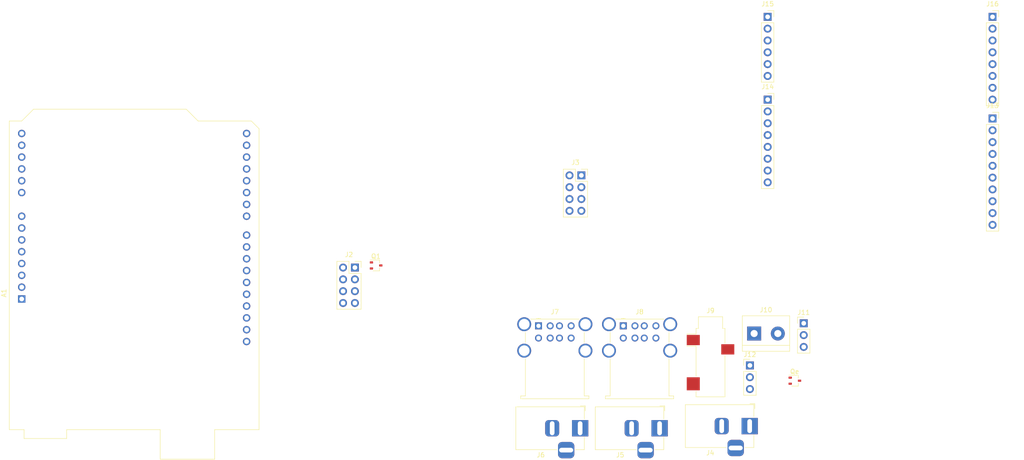
<source format=kicad_pcb>
(kicad_pcb (version 20211014) (generator pcbnew)
  (layers (0 "F.Cu" signal) (31 "B.Cu" signal) (34 "B.Paste" user) (35 "F.Paste" user) (36 "B.SilkS" user "B.Silkscreen") (37 "F.SilkS" user "F.Silkscreen") (38 "B.Mask" user) (39 "F.Mask" user) (44 "Edge.Cuts" user))
  (net 0 "")
  (net 4 "+3.3V")
  (net 5 "+5V")
  (net 7 "GND")
  (net 17 "RPWMR")
  (net 19 "RPWML")
  (net 20 "SERVOX")
  (net 21 "SERVOZ")
  (net 22 "LPWMR")
  (net 23 "LPWML")
  (net 33 "R_IS")
  (net 34 "R_EN")
  (net 35 "L_IS")
  (net 36 "L_EN")
  (net 37 "Net-(J10-Pad1)")
  (net 38 "Net-(J9-PadS)")
  (net 39 "Net-(J10-Pad2)")
  (net 40 "Net-(J9-PadT)")
  (net 41 "+12V")
  (net 42 "-12V")
  (footprint "Connector_PinSocket_2.54mm:PinSocket_1x10_P2.54mm_Vertical" (layer "F.Cu") (at 270.56 43.14)
    (fp_text reference "J13" (at 0 -2.77) (layer "F.SilkS"))
    (fp_text value "Conn_01x10_Male")
    (fp_line (start 0 -1.33) (end 1.33 -1.33) (layer "F.SilkS") (width 0.12))
    (fp_line (start -1.33 24.19) (end 1.33 24.19) (layer "F.SilkS") (width 0.12))
    (fp_line (start -1.33 1.27) (end -1.33 24.19) (layer "F.SilkS") (width 0.12))
    (fp_line (start -1.33 1.27) (end 1.33 1.27) (layer "F.SilkS") (width 0.12))
    (fp_line (start 1.33 -1.33) (end 1.33 0) (layer "F.SilkS") (width 0.12))
    (fp_line (start 1.33 1.27) (end 1.33 24.19) (layer "F.SilkS") (width 0.12))
    (pad "1" thru_hole rect (at 0 0) (size 1.7 1.7) (drill 1) (layers *.Cu *.Mask))
    (pad "2" thru_hole oval (at 0 2.54) (size 1.7 1.7) (drill 1) (layers *.Cu *.Mask))
    (pad "3" thru_hole oval (at 0 5.08) (size 1.7 1.7) (drill 1) (layers *.Cu *.Mask))
    (pad "4" thru_hole oval (at 0 7.62) (size 1.7 1.7) (drill 1) (layers *.Cu *.Mask))
    (pad "5" thru_hole oval (at 0 10.16) (size 1.7 1.7) (drill 1) (layers *.Cu *.Mask))
    (pad "6" thru_hole oval (at 0 12.7) (size 1.7 1.7) (drill 1) (layers *.Cu *.Mask))
    (pad "7" thru_hole oval (at 0 15.24) (size 1.7 1.7) (drill 1) (layers *.Cu *.Mask))
    (pad "8" thru_hole oval (at 0 17.78) (size 1.7 1.7) (drill 1) (layers *.Cu *.Mask))
    (pad "9" thru_hole oval (at 0 20.32) (size 1.7 1.7) (drill 1) (layers *.Cu *.Mask))
    (pad "10" thru_hole oval (at 0 22.86) (size 1.7 1.7) (drill 1) (layers *.Cu *.Mask))
  )
  (footprint "Connector_BarrelJack:BarrelJack_Horizontal" (layer "F.Cu") (at 199.11 109.68)
    (fp_text reference "J5" (at -8.45 5.75) (layer "F.SilkS"))
    (fp_text value "Jack-DC")
    (fp_line (start 0.9 4.6) (end -1 4.6) (layer "F.SilkS") (width 0.12))
    (fp_line (start 0.05 -4.8) (end 1.1 -4.8) (layer "F.SilkS") (width 0.12))
    (fp_line (start 0.9 1.9) (end 0.9 4.6) (layer "F.SilkS") (width 0.12))
    (fp_line (start 0.9 -4.6) (end 0.9 -2) (layer "F.SilkS") (width 0.12))
    (fp_line (start 1.1 -3.75) (end 1.1 -4.8) (layer "F.SilkS") (width 0.12))
    (fp_line (start -13.8 -4.6) (end 0.9 -4.6) (layer "F.SilkS") (width 0.12))
    (fp_line (start -5 4.6) (end -13.8 4.6) (layer "F.SilkS") (width 0.12))
    (fp_line (start -13.8 4.6) (end -13.8 -4.6) (layer "F.SilkS") (width 0.12))
    (pad "1" thru_hole rect (at 0 0) (size 3.5 3.5) (drill oval 1 3) (layers *.Cu *.Mask) (net 41 "+12V"))
    (pad "2" thru_hole roundrect (at -6 0) (size 3 3.5) (drill oval 1 3) (layers *.Cu *.Mask) (net 42 "-12V"))
    (pad "3" thru_hole roundrect (at -3 4.7) (size 3.5 3.5) (drill oval 3 1) (layers *.Cu *.Mask))
  )
  (footprint "TerminalBlock:TerminalBlock_bornier-2_P5.08mm" (layer "F.Cu") (at 219.4 89.335)
    (fp_text reference "J10" (at 2.54 -5.08) (layer "F.SilkS"))
    (fp_text value "Screw_Terminal_01x02")
    (fp_line (start 7.62 3.81) (end 7.62 -3.81) (layer "F.SilkS") (width 0.12))
    (fp_line (start 7.62 -3.81) (end -2.54 -3.81) (layer "F.SilkS") (width 0.12))
    (fp_line (start -2.54 -3.81) (end -2.54 3.81) (layer "F.SilkS") (width 0.12))
    (fp_line (start -2.54 3.81) (end 7.62 3.81) (layer "F.SilkS") (width 0.12))
    (fp_line (start 7.62 2.54) (end -2.54 2.54) (layer "F.SilkS") (width 0.12))
    (pad "1" thru_hole rect (at 0 0) (size 3 3) (drill 1.52) (layers *.Cu *.Mask) (net 37 "Net-(J10-Pad1)"))
    (pad "2" thru_hole circle (at 5.08 0) (size 3 3) (drill 1.52) (layers *.Cu *.Mask) (net 39 "Net-(J10-Pad2)"))
  )
  (footprint "Connector_PinSocket_2.54mm:PinSocket_1x06_P2.54mm_Vertical" (layer "F.Cu") (at 222.295 21.305)
    (fp_text reference "J15" (at 0 -2.77) (layer "F.SilkS"))
    (fp_text value "Conn_01x06_Male")
    (fp_line (start -1.33 1.27) (end -1.33 14.03) (layer "F.SilkS") (width 0.12))
    (fp_line (start -1.33 1.27) (end 1.33 1.27) (layer "F.SilkS") (width 0.12))
    (fp_line (start 0 -1.33) (end 1.33 -1.33) (layer "F.SilkS") (width 0.12))
    (fp_line (start 1.33 1.27) (end 1.33 14.03) (layer "F.SilkS") (width 0.12))
    (fp_line (start 1.33 -1.33) (end 1.33 0) (layer "F.SilkS") (width 0.12))
    (fp_line (start -1.33 14.03) (end 1.33 14.03) (layer "F.SilkS") (width 0.12))
    (pad "1" thru_hole rect (at 0 0) (size 1.7 1.7) (drill 1) (layers *.Cu *.Mask))
    (pad "2" thru_hole oval (at 0 2.54) (size 1.7 1.7) (drill 1) (layers *.Cu *.Mask))
    (pad "3" thru_hole oval (at 0 5.08) (size 1.7 1.7) (drill 1) (layers *.Cu *.Mask))
    (pad "4" thru_hole oval (at 0 7.62) (size 1.7 1.7) (drill 1) (layers *.Cu *.Mask))
    (pad "5" thru_hole oval (at 0 10.16) (size 1.7 1.7) (drill 1) (layers *.Cu *.Mask))
    (pad "6" thru_hole oval (at 0 12.7) (size 1.7 1.7) (drill 1) (layers *.Cu *.Mask))
  )
  (footprint "Connector_PinSocket_2.54mm:PinSocket_2x04_P2.54mm_Vertical" (layer "F.Cu") (at 182.32 55.36)
    (fp_text reference "J3" (at -1.27 -2.77) (layer "F.SilkS"))
    (fp_text value "Conn_02x04_Top_Bottom")
    (fp_line (start -3.87 -1.33) (end -1.27 -1.33) (layer "F.SilkS") (width 0.12))
    (fp_line (start -3.87 8.95) (end 1.33 8.95) (layer "F.SilkS") (width 0.12))
    (fp_line (start 1.33 -1.33) (end 1.33 0) (layer "F.SilkS") (width 0.12))
    (fp_line (start -3.87 -1.33) (end -3.87 8.95) (layer "F.SilkS") (width 0.12))
    (fp_line (start 1.33 1.27) (end 1.33 8.95) (layer "F.SilkS") (width 0.12))
    (fp_line (start -1.27 1.27) (end 1.33 1.27) (layer "F.SilkS") (width 0.12))
    (fp_line (start 0 -1.33) (end 1.33 -1.33) (layer "F.SilkS") (width 0.12))
    (fp_line (start -1.27 -1.33) (end -1.27 1.27) (layer "F.SilkS") (width 0.12))
    (pad "1" thru_hole rect (at 0 0) (size 1.7 1.7) (drill 1) (layers *.Cu *.Mask) (net 5 "+5V"))
    (pad "2" thru_hole oval (at -2.54 0) (size 1.7 1.7) (drill 1) (layers *.Cu *.Mask) (net 33 "R_IS"))
    (pad "3" thru_hole oval (at 0 2.54) (size 1.7 1.7) (drill 1) (layers *.Cu *.Mask) (net 34 "R_EN"))
    (pad "4" thru_hole oval (at -2.54 2.54) (size 1.7 1.7) (drill 1) (layers *.Cu *.Mask) (net 17 "RPWMR"))
    (pad "5" thru_hole oval (at 0 5.08) (size 1.7 1.7) (drill 1) (layers *.Cu *.Mask) (net 7 "GND"))
    (pad "6" thru_hole oval (at -2.54 5.08) (size 1.7 1.7) (drill 1) (layers *.Cu *.Mask) (net 35 "L_IS"))
    (pad "7" thru_hole oval (at 0 7.62) (size 1.7 1.7) (drill 1) (layers *.Cu *.Mask) (net 36 "L_EN"))
    (pad "8" thru_hole oval (at -2.54 7.62) (size 1.7 1.7) (drill 1) (layers *.Cu *.Mask) (net 19 "RPWML"))
  )
  (footprint "Connector_BarrelJack:BarrelJack_Horizontal" (layer "F.Cu") (at 218.44 109.22)
    (fp_text reference "J4" (at -8.45 5.75) (layer "F.SilkS"))
    (fp_text value "Jack-DC")
    (fp_line (start 0.9 -4.6) (end 0.9 -2) (layer "F.SilkS") (width 0.12))
    (fp_line (start -13.8 4.6) (end -13.8 -4.6) (layer "F.SilkS") (width 0.12))
    (fp_line (start 0.9 1.9) (end 0.9 4.6) (layer "F.SilkS") (width 0.12))
    (fp_line (start 0.05 -4.8) (end 1.1 -4.8) (layer "F.SilkS") (width 0.12))
    (fp_line (start -13.8 -4.6) (end 0.9 -4.6) (layer "F.SilkS") (width 0.12))
    (fp_line (start 1.1 -3.75) (end 1.1 -4.8) (layer "F.SilkS") (width 0.12))
    (fp_line (start -5 4.6) (end -13.8 4.6) (layer "F.SilkS") (width 0.12))
    (fp_line (start 0.9 4.6) (end -1 4.6) (layer "F.SilkS") (width 0.12))
    (pad "1" thru_hole rect (at 0 0) (size 3.5 3.5) (drill oval 1 3) (layers *.Cu *.Mask) (net 41 "+12V"))
    (pad "2" thru_hole roundrect (at -6 0) (size 3 3.5) (drill oval 1 3) (layers *.Cu *.Mask) (net 42 "-12V"))
    (pad "3" thru_hole roundrect (at -3 4.7) (size 3.5 3.5) (drill oval 3 1) (layers *.Cu *.Mask))
  )
  (footprint "Connector_BarrelJack:BarrelJack_Horizontal" (layer "F.Cu") (at 182.06 109.68)
    (fp_text reference "J6" (at -8.45 5.75) (layer "F.SilkS"))
    (fp_text value "Jack-DC")
    (fp_line (start 0.9 4.6) (end -1 4.6) (layer "F.SilkS") (width 0.12))
    (fp_line (start -13.8 4.6) (end -13.8 -4.6) (layer "F.SilkS") (width 0.12))
    (fp_line (start -13.8 -4.6) (end 0.9 -4.6) (layer "F.SilkS") (width 0.12))
    (fp_line (start 0.05 -4.8) (end 1.1 -4.8) (layer "F.SilkS") (width 0.12))
    (fp_line (start 1.1 -3.75) (end 1.1 -4.8) (layer "F.SilkS") (width 0.12))
    (fp_line (start 0.9 1.9) (end 0.9 4.6) (layer "F.SilkS") (width 0.12))
    (fp_line (start 0.9 -4.6) (end 0.9 -2) (layer "F.SilkS") (width 0.12))
    (fp_line (start -5 4.6) (end -13.8 4.6) (layer "F.SilkS") (width 0.12))
    (pad "1" thru_hole rect (at 0 0) (size 3.5 3.5) (drill oval 1 3) (layers *.Cu *.Mask) (net 41 "+12V"))
    (pad "2" thru_hole roundrect (at -6 0) (size 3 3.5) (drill oval 1 3) (layers *.Cu *.Mask) (net 42 "-12V"))
    (pad "3" thru_hole roundrect (at -3 4.7) (size 3.5 3.5) (drill oval 3 1) (layers *.Cu *.Mask))
  )
  (footprint "Connector_PinHeader_2.54mm:PinHeader_1x03_P2.54mm_Vertical" (layer "F.Cu") (at 230.04 87.135)
    (fp_text reference "J11" (at 0 -2.33) (layer "F.SilkS"))
    (fp_text value "Conn_01x03_Male")
    (fp_line (start -1.33 0) (end -1.33 -1.33) (layer "F.SilkS") (width 0.12))
    (fp_line (start -1.33 6.41) (end 1.33 6.41) (layer "F.SilkS") (width 0.12))
    (fp_line (start -1.33 1.27) (end 1.33 1.27) (layer "F.SilkS") (width 0.12))
    (fp_line (start -1.33 -1.33) (end 0 -1.33) (layer "F.SilkS") (width 0.12))
    (fp_line (start -1.33 1.27) (end -1.33 6.41) (layer "F.SilkS") (width 0.12))
    (fp_line (start 1.33 1.27) (end 1.33 6.41) (layer "F.SilkS") (width 0.12))
    (pad "1" thru_hole rect (at 0 0) (size 1.7 1.7) (drill 1) (layers *.Cu *.Mask) (net 20 "SERVOX"))
    (pad "2" thru_hole oval (at 0 2.54) (size 1.7 1.7) (drill 1) (layers *.Cu *.Mask) (net 5 "+5V"))
    (pad "3" thru_hole oval (at 0 5.08) (size 1.7 1.7) (drill 1) (layers *.Cu *.Mask) (net 7 "GND"))
  )
  (footprint "Package_TO_SOT_SMD:SOT-323_SC-70" (layer "F.Cu") (at 228.14 99.47)
    (fp_text reference "Qe" (at -0.05 -1.95) (layer "F.SilkS"))
    (fp_text value "2SC4213")
    (fp_line (start -0.68 1.16) (end 0.73 1.16) (layer "F.SilkS") (width 0.12))
    (fp_line (start 0.73 -1.16) (end 0.73 -0.5) (layer "F.SilkS") (width 0.12))
    (fp_line (start 0.73 -1.16) (end -1.3 -1.16) (layer "F.SilkS") (width 0.12))
    (fp_line (start 0.73 0.5) (end 0.73 1.16) (layer "F.SilkS") (width 0.12))
    (pad "1" smd rect (at -1 -0.65 270) (size 0.45 0.7) (layers "F.Cu" "F.Paste" "F.Mask") (net 39 "Net-(J10-Pad2)"))
    (pad "2" smd rect (at -1 0.65 270) (size 0.45 0.7) (layers "F.Cu" "F.Paste" "F.Mask") (net 40 "Net-(J9-PadT)"))
    (pad "3" smd rect (at 1 0 270) (size 0.45 0.7) (layers "F.Cu" "F.Paste" "F.Mask") (net 5 "+5V"))
  )
  (footprint "Module:Arduino_UNO_R3" (layer "F.Cu") (at 62.23 81.915 90)
    (fp_text reference "A1" (at 1.27 -3.81 90) (layer "F.SilkS"))
    (fp_text value "Arduino_UNO_R3")
    (fp_line (start -29.97 9.65) (end -28.07 9.65) (layer "F.SilkS") (width 0.12))
    (fp_line (start -28.07 50.93) (end 36.58 50.93) (layer "F.SilkS") (width 0.12))
    (fp_line (start 38.23 0) (end 38.23 -2.67) (layer "F.SilkS") (width 0.12))
    (fp_line (start 38.23 37.85) (end 40.77 35.31) (layer "F.SilkS") (width 0.12))
    (fp_line (start 36.58 50.93) (end 38.23 49.28) (layer "F.SilkS") (width 0.12))
    (fp_line (start -34.42 29.72) (end -34.42 41.4) (layer "F.SilkS") (width 0.12))
    (fp_line (start -28.07 0.51) (end -29.97 0.51) (layer "F.SilkS") (width 0.12))
    (fp_line (start 38.23 49.28) (end 38.23 37.85) (layer "F.SilkS") (width 0.12))
    (fp_line (start -28.07 -2.67) (end -28.07 0.51) (layer "F.SilkS") (width 0.12))
    (fp_line (start -29.97 0.51) (end -29.97 9.65) (layer "F.SilkS") (width 0.12))
    (fp_line (start 38.23 -2.67) (end -28.07 -2.67) (layer "F.SilkS") (width 0.12))
    (fp_line (start -34.42 41.4) (end -28.07 41.4) (layer "F.SilkS") (width 0.12))
    (fp_line (start 40.77 2.54) (end 38.23 0) (layer "F.SilkS") (width 0.12))
    (fp_line (start -28.07 9.65) (end -28.07 29.72) (layer "F.SilkS") (width 0.12))
    (fp_line (start 40.77 35.31) (end 40.77 2.54) (layer "F.SilkS") (width 0.12))
    (fp_line (start -28.07 29.72) (end -34.42 29.72) (layer "F.SilkS") (width 0.12))
    (fp_line (start -28.07 41.4) (end -28.07 50.93) (layer "F.SilkS") (width 0.12))
    (pad "1" thru_hole rect (at 0 0 180) (size 1.6 1.6) (drill 1) (layers *.Cu *.Mask))
    (pad "2" thru_hole oval (at 2.54 0 180) (size 1.6 1.6) (drill 1) (layers *.Cu *.Mask))
    (pad "3" thru_hole oval (at 5.08 0 180) (size 1.6 1.6) (drill 1) (layers *.Cu *.Mask))
    (pad "4" thru_hole oval (at 7.62 0 180) (size 1.6 1.6) (drill 1) (layers *.Cu *.Mask) (net 4 "+3.3V"))
    (pad "5" thru_hole oval (at 10.16 0 180) (size 1.6 1.6) (drill 1) (layers *.Cu *.Mask) (net 5 "+5V"))
    (pad "6" thru_hole oval (at 12.7 0 180) (size 1.6 1.6) (drill 1) (layers *.Cu *.Mask))
    (pad "7" thru_hole oval (at 15.24 0 180) (size 1.6 1.6) (drill 1) (layers *.Cu *.Mask) (net 7 "GND"))
    (pad "8" thru_hole oval (at 17.78 0 180) (size 1.6 1.6) (drill 1) (layers *.Cu *.Mask))
    (pad "9" thru_hole oval (at 22.86 0 180) (size 1.6 1.6) (drill 1) (layers *.Cu *.Mask))
    (pad "10" thru_hole oval (at 25.4 0 180) (size 1.6 1.6) (drill 1) (layers *.Cu *.Mask))
    (pad "11" thru_hole oval (at 27.94 0 180) (size 1.6 1.6) (drill 1) (layers *.Cu *.Mask))
    (pad "12" thru_hole oval (at 30.48 0 180) (size 1.6 1.6) (drill 1) (layers *.Cu *.Mask))
    (pad "13" thru_hole oval (at 33.02 0 180) (size 1.6 1.6) (drill 1) (layers *.Cu *.Mask))
    (pad "14" thru_hole oval (at 35.56 0 180) (size 1.6 1.6) (drill 1) (layers *.Cu *.Mask))
    (pad "15" thru_hole oval (at 35.56 48.26 180) (size 1.6 1.6) (drill 1) (layers *.Cu *.Mask))
    (pad "16" thru_hole oval (at 33.02 48.26 180) (size 1.6 1.6) (drill 1) (layers *.Cu *.Mask))
    (pad "17" thru_hole oval (at 30.48 48.26 180) (size 1.6 1.6) (drill 1) (layers *.Cu *.Mask) (net 17 "RPWMR"))
    (pad "18" thru_hole oval (at 27.94 48.26 180) (size 1.6 1.6) (drill 1) (layers *.Cu *.Mask))
    (pad "19" thru_hole oval (at 25.4 48.26 180) (size 1.6 1.6) (drill 1) (layers *.Cu *.Mask) (net 19 "RPWML"))
    (pad "20" thru_hole oval (at 22.86 48.26 180) (size 1.6 1.6) (drill 1) (layers *.Cu *.Mask) (net 20 "SERVOX"))
    (pad "21" thru_hole oval (at 20.32 48.26 180) (size 1.6 1.6) (drill 1) (layers *.Cu *.Mask) (net 21 "SERVOZ"))
    (pad "22" thru_hole oval (at 17.78 48.26 180) (size 1.6 1.6) (drill 1) (layers *.Cu *.Mask) (net 22 "LPWMR"))
    (pad "23" thru_hole oval (at 13.72 48.26 180) (size 1.6 1.6) (drill 1) (layers *.Cu *.Mask) (net 23 "LPWML"))
    (pad "24" thru_hole oval (at 11.18 48.26 180) (size 1.6 1.6) (drill 1) (layers *.Cu *.Mask))
    (pad "25" thru_hole oval (at 8.64 48.26 180) (size 1.6 1.6) (drill 1) (layers *.Cu *.Mask))
    (pad "26" thru_hole oval (at 6.1 48.26 180) (size 1.6 1.6) (drill 1) (layers *.Cu *.Mask))
    (pad "27" thru_hole oval (at 3.56 48.26 180) (size 1.6 1.6) (drill 1) (layers *.Cu *.Mask))
    (pad "28" thru_hole oval (at 1.02 48.26 180) (size 1.6 1.6) (drill 1) (layers *.Cu *.Mask))
    (pad "29" thru_hole oval (at -1.52 48.26 180) (size 1.6 1.6) (drill 1) (layers *.Cu *.Mask))
    (pad "30" thru_hole oval (at -4.06 48.26 180) (size 1.6 1.6) (drill 1) (layers *.Cu *.Mask))
    (pad "31" thru_hole oval (at -6.6 48.26 180) (size 1.6 1.6) (drill 1) (layers *.Cu *.Mask))
    (pad "32" thru_hole oval (at -9.14 48.26 180) (size 1.6 1.6) (drill 1) (layers *.Cu *.Mask))
  )
  (footprint "Connector_PinHeader_2.54mm:PinHeader_1x03_P2.54mm_Vertical" (layer "F.Cu") (at 218.49 96.185)
    (fp_text reference "J12" (at 0 -2.33) (layer "F.SilkS"))
    (fp_text value "Conn_01x03_Male")
    (fp_line (start -1.33 -1.33) (end 0 -1.33) (layer "F.SilkS") (width 0.12))
    (fp_line (start -1.33 0) (end -1.33 -1.33) (layer "F.SilkS") (width 0.12))
    (fp_line (start -1.33 1.27) (end 1.33 1.27) (layer "F.SilkS") (width 0.12))
    (fp_line (start 1.33 1.27) (end 1.33 6.41) (layer "F.SilkS") (width 0.12))
    (fp_line (start -1.33 6.41) (end 1.33 6.41) (layer "F.SilkS") (width 0.12))
    (fp_line (start -1.33 1.27) (end -1.33 6.41) (layer "F.SilkS") (width 0.12))
    (pad "1" thru_hole rect (at 0 0) (size 1.7 1.7) (drill 1) (layers *.Cu *.Mask) (net 21 "SERVOZ"))
    (pad "2" thru_hole oval (at 0 2.54) (size 1.7 1.7) (drill 1) (layers *.Cu *.Mask) (net 5 "+5V"))
    (pad "3" thru_hole oval (at 0 5.08) (size 1.7 1.7) (drill 1) (layers *.Cu *.Mask) (net 7 "GND"))
  )
  (footprint "Connector_USB:USB_A_Wuerth_61400826021_Horizontal_Stacked" (layer "F.Cu") (at 191.32 87.685)
    (fp_text reference "J8" (at 3.5 -3) (layer "F.SilkS"))
    (fp_text value "USB_A_Stacked")
    (fp_line (start -3.81 15.05) (end -2.81 15.05) (layer "F.SilkS") (width 0.12))
    (fp_line (start 0.4 -1.6) (end -0.4 -1.6) (layer "F.SilkS") (width 0.12))
    (fp_line (start -2.81 3.58) (end -2.81 1.4) (layer "F.SilkS") (width 0.12))
    (fp_line (start -2.81 15.05) (end -2.81 7.08) (layer "F.SilkS") (width 0.12))
    (fp_line (start 9.81 7.08) (end 9.81 15.05) (layer "F.SilkS") (width 0.12))
    (fp_line (start 9.81 15.05) (end 10.81 15.05) (layer "F.SilkS") (width 0.12))
    (fp_line (start 10.81 15.05) (end 10.81 15.67) (layer "F.SilkS") (width 0.12))
    (fp_line (start 9.81 3.58) (end 9.81 1.4) (layer "F.SilkS") (width 0.12))
    (fp_line (start -1.69 -1.45) (end 8.69 -1.45) (layer "F.SilkS") (width 0.12))
    (fp_line (start -3.81 15.67) (end -3.81 15.05) (layer "F.SilkS") (width 0.12))
    (fp_line (start 10.81 15.67) (end -3.81 15.67) (layer "F.SilkS") (width 0.12))
    (pad "1" thru_hole rect (at 0 0) (size 1.5 1.5) (drill 0.92) (layers *.Cu *.Mask) (net 5 "+5V"))
    (pad "2" thru_hole circle (at 2.5 0) (size 1.5 1.5) (drill 0.92) (layers *.Cu *.Mask))
    (pad "3" thru_hole circle (at 4.5 0) (size 1.5 1.5) (drill 0.92) (layers *.Cu *.Mask))
    (pad "4" thru_hole circle (at 7 0) (size 1.5 1.5) (drill 0.92) (layers *.Cu *.Mask) (net 7 "GND"))
    (pad "5" thru_hole circle (at 0 2.62) (size 1.5 1.5) (drill 0.92) (layers *.Cu *.Mask) (net 5 "+5V"))
    (pad "6" thru_hole circle (at 2.5 2.62) (size 1.5 1.5) (drill 0.92) (layers *.Cu *.Mask))
    (pad "7" thru_hole circle (at 4.5 2.62) (size 1.5 1.5) (drill 0.92) (layers *.Cu *.Mask))
    (pad "8" thru_hole circle (at 7 2.62) (size 1.5 1.5) (drill 0.92) (layers *.Cu *.Mask) (net 7 "GND"))
    (pad "9" thru_hole circle (at -3.07 5.33) (size 3 3) (drill 2.3) (layers *.Cu *.Mask) (net 7 "GND"))
    (pad "9" thru_hole circle (at 10.07 -0.35) (size 3 3) (drill 2.3) (layers *.Cu *.Mask) (net 7 "GND"))
    (pad "9" thru_hole circle (at -3.07 -0.35) (size 3 3) (drill 2.3) (layers *.Cu *.Mask) (net 7 "GND"))
    (pad "9" thru_hole circle (at 10.07 5.33) (size 3 3) (drill 2.3) (layers *.Cu *.Mask) (net 7 "GND"))
  )
  (footprint "Connector_PinSocket_2.54mm:PinSocket_1x08_P2.54mm_Vertical" (layer "F.Cu") (at 222.305 39.085)
    (fp_text reference "J14" (at 0 -2.77) (layer "F.SilkS"))
    (fp_text value "Conn_01x08_Male")
    (fp_line (start 1.33 -1.33) (end 1.33 0) (layer "F.SilkS") (width 0.12))
    (fp_line (start -1.33 19.11) (end 1.33 19.11) (layer "F.SilkS") (width 0.12))
    (fp_line (start -1.33 1.27) (end -1.33 19.11) (layer "F.SilkS") (width 0.12))
    (fp_line (start 1.33 1.27) (end 1.33 19.11) (layer "F.SilkS") (width 0.12))
    (fp_line (start -1.33 1.27) (end 1.33 1.27) (layer "F.SilkS") (width 0.12))
    (fp_line (start 0 -1.33) (end 1.33 -1.33) (layer "F.SilkS") (width 0.12))
    (pad "1" thru_hole rect (at 0 0) (size 1.7 1.7) (drill 1) (layers *.Cu *.Mask))
    (pad "2" thru_hole oval (at 0 2.54) (size 1.7 1.7) (drill 1) (layers *.Cu *.Mask))
    (pad "3" thru_hole oval (at 0 5.08) (size 1.7 1.7) (drill 1) (layers *.Cu *.Mask))
    (pad "4" thru_hole oval (at 0 7.62) (size 1.7 1.7) (drill 1) (layers *.Cu *.Mask))
    (pad "5" thru_hole oval (at 0 10.16) (size 1.7 1.7) (drill 1) (layers *.Cu *.Mask))
    (pad "6" thru_hole oval (at 0 12.7) (size 1.7 1.7) (drill 1) (layers *.Cu *.Mask))
    (pad "7" thru_hole oval (at 0 15.24) (size 1.7 1.7) (drill 1) (layers *.Cu *.Mask))
    (pad "8" thru_hole oval (at 0 17.78) (size 1.7 1.7) (drill 1) (layers *.Cu *.Mask))
  )
  (footprint "Package_TO_SOT_SMD:SOT-323_SC-70" (layer "F.Cu") (at 138.28 74.71)
    (fp_text reference "Q1" (at -0.05 -1.95) (layer "F.SilkS"))
    (fp_text value "2SC4213")
    (fp_line (start 0.73 -1.16) (end -1.3 -1.16) (layer "F.SilkS") (width 0.12))
    (fp_line (start 0.73 -1.16) (end 0.73 -0.5) (layer "F.SilkS") (width 0.12))
    (fp_line (start -0.68 1.16) (end 0.73 1.16) (layer "F.SilkS") (width 0.12))
    (fp_line (start 0.73 0.5) (end 0.73 1.16) (layer "F.SilkS") (width 0.12))
    (pad "1" smd rect (at -1 -0.65 270) (size 0.45 0.7) (layers "F.Cu" "F.Paste" "F.Mask") (net 37 "Net-(J10-Pad1)"))
    (pad "2" smd rect (at -1 0.65 270) (size 0.45 0.7) (layers "F.Cu" "F.Paste" "F.Mask") (net 38 "Net-(J9-PadS)"))
    (pad "3" smd rect (at 1 0 270) (size 0.45 0.7) (layers "F.Cu" "F.Paste" "F.Mask") (net 5 "+5V"))
  )
  (footprint "Connector_USB:USB_A_Wuerth_61400826021_Horizontal_Stacked" (layer "F.Cu") (at 173.13 87.685)
    (fp_text reference "J7" (at 3.5 -3) (layer "F.SilkS"))
    (fp_text value "USB_A_Stacked")
    (fp_line (start 10.81 15.67) (end -3.81 15.67) (layer "F.SilkS") (width 0.12))
    (fp_line (start 10.81 15.05) (end 10.81 15.67) (layer "F.SilkS") (width 0.12))
    (fp_line (start -2.81 3.58) (end -2.81 1.4) (layer "F.SilkS") (width 0.12))
    (fp_line (start 9.81 15.05) (end 10.81 15.05) (layer "F.SilkS") (width 0.12))
    (fp_line (start -3.81 15.67) (end -3.81 15.05) (layer "F.SilkS") (width 0.12))
    (fp_line (start 0.4 -1.6) (end -0.4 -1.6) (layer "F.SilkS") (width 0.12))
    (fp_line (start -2.81 15.05) (end -2.81 7.08) (layer "F.SilkS") (width 0.12))
    (fp_line (start -3.81 15.05) (end -2.81 15.05) (layer "F.SilkS") (width 0.12))
    (fp_line (start 9.81 3.58) (end 9.81 1.4) (layer "F.SilkS") (width 0.12))
    (fp_line (start 9.81 7.08) (end 9.81 15.05) (layer "F.SilkS") (width 0.12))
    (fp_line (start -1.69 -1.45) (end 8.69 -1.45) (layer "F.SilkS") (width 0.12))
    (pad "1" thru_hole rect (at 0 0) (size 1.5 1.5) (drill 0.92) (layers *.Cu *.Mask) (net 5 "+5V"))
    (pad "2" thru_hole circle (at 2.5 0) (size 1.5 1.5) (drill 0.92) (layers *.Cu *.Mask))
    (pad "3" thru_hole circle (at 4.5 0) (size 1.5 1.5) (drill 0.92) (layers *.Cu *.Mask))
    (pad "4" thru_hole circle (at 7 0) (size 1.5 1.5) (drill 0.92) (layers *.Cu *.Mask) (net 7 "GND"))
    (pad "5" thru_hole circle (at 0 2.62) (size 1.5 1.5) (drill 0.92) (layers *.Cu *.Mask) (net 5 "+5V"))
    (pad "6" thru_hole circle (at 2.5 2.62) (size 1.5 1.5) (drill 0.92) (layers *.Cu *.Mask))
    (pad "7" thru_hole circle (at 4.5 2.62) (size 1.5 1.5) (drill 0.92) (layers *.Cu *.Mask))
    (pad "8" thru_hole circle (at 7 2.62) (size 1.5 1.5) (drill 0.92) (layers *.Cu *.Mask) (net 7 "GND"))
    (pad "9" thru_hole circle (at 10.07 5.33) (size 3 3) (drill 2.3) (layers *.Cu *.Mask) (net 7 "GND"))
    (pad "9" thru_hole circle (at 10.07 -0.35) (size 3 3) (drill 2.3) (layers *.Cu *.Mask) (net 7 "GND"))
    (pad "9" thru_hole circle (at -3.07 5.33) (size 3 3) (drill 2.3) (layers *.Cu *.Mask) (net 7 "GND"))
    (pad "9" thru_hole circle (at -3.07 -0.35) (size 3 3) (drill 2.3) (layers *.Cu *.Mask) (net 7 "GND"))
  )
  (footprint "Connector_PinSocket_2.54mm:PinSocket_2x04_P2.54mm_Vertical" (layer "F.Cu") (at 133.73 75.16)
    (fp_text reference "J2" (at -1.27 -2.77) (layer "F.SilkS"))
    (fp_text value "Conn_02x04_Top_Bottom")
    (fp_line (start 0 -1.33) (end 1.33 -1.33) (layer "F.SilkS") (width 0.12))
    (fp_line (start 1.33 1.27) (end 1.33 8.95) (layer "F.SilkS") (width 0.12))
    (fp_line (start 1.33 -1.33) (end 1.33 0) (layer "F.SilkS") (width 0.12))
    (fp_line (start -1.27 -1.33) (end -1.27 1.27) (layer "F.SilkS") (width 0.12))
    (fp_line (start -3.87 -1.33) (end -1.27 -1.33) (layer "F.SilkS") (width 0.12))
    (fp_line (start -1.27 1.27) (end 1.33 1.27) (layer "F.SilkS") (width 0.12))
    (fp_line (start -3.87 -1.33) (end -3.87 8.95) (layer "F.SilkS") (width 0.12))
    (fp_line (start -3.87 8.95) (end 1.33 8.95) (layer "F.SilkS") (width 0.12))
    (pad "1" thru_hole rect (at 0 0) (size 1.7 1.7) (drill 1) (layers *.Cu *.Mask) (net 5 "+5V"))
    (pad "2" thru_hole oval (at -2.54 0) (size 1.7 1.7) (drill 1) (layers *.Cu *.Mask) (net 33 "R_IS"))
    (pad "3" thru_hole oval (at 0 2.54) (size 1.7 1.7) (drill 1) (layers *.Cu *.Mask) (net 34 "R_EN"))
    (pad "4" thru_hole oval (at -2.54 2.54) (size 1.7 1.7) (drill 1) (layers *.Cu *.Mask) (net 22 "LPWMR"))
    (pad "5" thru_hole oval (at 0 5.08) (size 1.7 1.7) (drill 1) (layers *.Cu *.Mask) (net 7 "GND"))
    (pad "6" thru_hole oval (at -2.54 5.08) (size 1.7 1.7) (drill 1) (layers *.Cu *.Mask) (net 35 "L_IS"))
    (pad "7" thru_hole oval (at 0 7.62) (size 1.7 1.7) (drill 1) (layers *.Cu *.Mask) (net 36 "L_EN"))
    (pad "8" thru_hole oval (at -2.54 7.62) (size 1.7 1.7) (drill 1) (layers *.Cu *.Mask) (net 23 "LPWML"))
  )
  (footprint "Connector_Audio:Jack_3.5mm_CUI_SJ-3523-SMT_Horizontal" (layer "F.Cu") (at 210.04 94.335)
    (fp_text reference "J9" (at 0 -9.9) (layer "F.SilkS"))
    (fp_text value "AudioJack2_Ground")
    (fp_line (start -3.1 4.2) (end -3.1 -2.3) (layer "F.SilkS") (width 0.12))
    (fp_line (start -2.6 -6.1) (end -2.6 -8.6) (layer "F.SilkS") (width 0.12))
    (fp_line (start 3.1 -0.3) (end 3.1 8.6) (layer "F.SilkS") (width 0.12))
    (fp_line (start 3.1 8.6) (end -3.1 8.6) (layer "F.SilkS") (width 0.12))
    (fp_line (start -3.1 -4.9) (end -5.1 -4.9) (layer "F.SilkS") (width 0.12))
    (fp_line (start 2.6 -6.1) (end 3.1 -6.1) (layer "F.SilkS") (width 0.12))
    (fp_line (start -3.1 -6.1) (end -2.6 -6.1) (layer "F.SilkS") (width 0.12))
    (fp_line (start -3.1 8.6) (end -3.1 7.4) (layer "F.SilkS") (width 0.12))
    (fp_line (start -2.6 -8.6) (end 2.6 -8.6) (layer "F.SilkS") (width 0.12))
    (fp_line (start 2.6 -8.6) (end 2.6 -6.1) (layer "F.SilkS") (width 0.12))
    (fp_line (start -3.1 -4.9) (end -3.1 -6.1) (layer "F.SilkS") (width 0.12))
    (fp_line (start -3.1 -2.3) (end -5.1 -2.3) (layer "F.SilkS") (width 0.12))
    (fp_line (start 3.1 -6.1) (end 3.1 -2.9) (layer "F.SilkS") (width 0.12))
    (pad "" np_thru_hole circle (at 0 4.5) (size 1.7 1.7) (drill 1.7) (layers *.Cu *.Mask))
    (pad "" np_thru_hole circle (at 0 -2.5) (size 1.7 1.7) (drill 1.7) (layers *.Cu *.Mask))
    (pad "R" smd rect (at 3.7 -1.6) (size 2.8 2.2) (layers "F.Cu" "F.Paste" "F.Mask"))
    (pad "S" smd rect (at -3.7 -3.6) (size 2.8 2.2) (layers "F.Cu" "F.Paste" "F.Mask") (net 38 "Net-(J9-PadS)"))
    (pad "T" smd rect (at -3.7 5.8) (size 2.8 2.8) (layers "F.Cu" "F.Paste" "F.Mask") (net 40 "Net-(J9-PadT)"))
  )
  (footprint "Connector_PinSocket_2.54mm:PinSocket_1x08_P2.54mm_Vertical" (layer "F.Cu") (at 270.555 21.305)
    (fp_text reference "J16" (at 0 -2.77) (layer "F.SilkS"))
    (fp_text value "Conn_01x08_Male")
    (fp_line (start -1.33 19.11) (end 1.33 19.11) (layer "F.SilkS") (width 0.12))
    (fp_line (start 0 -1.33) (end 1.33 -1.33) (layer "F.SilkS") (width 0.12))
    (fp_line (start -1.33 1.27) (end -1.33 19.11) (layer "F.SilkS") (width 0.12))
    (fp_line (start 1.33 1.27) (end 1.33 19.11) (layer "F.SilkS") (width 0.12))
    (fp_line (start 1.33 -1.33) (end 1.33 0) (layer "F.SilkS") (width 0.12))
    (fp_line (start -1.33 1.27) (end 1.33 1.27) (layer "F.SilkS") (width 0.12))
    (pad "1" thru_hole rect (at 0 0) (size 1.7 1.7) (drill 1) (layers *.Cu *.Mask))
    (pad "2" thru_hole oval (at 0 2.54) (size 1.7 1.7) (drill 1) (layers *.Cu *.Mask))
    (pad "3" thru_hole oval (at 0 5.08) (size 1.7 1.7) (drill 1) (layers *.Cu *.Mask))
    (pad "4" thru_hole oval (at 0 7.62) (size 1.7 1.7) (drill 1) (layers *.Cu *.Mask))
    (pad "5" thru_hole oval (at 0 10.16) (size 1.7 1.7) (drill 1) (layers *.Cu *.Mask))
    (pad "6" thru_hole oval (at 0 12.7) (size 1.7 1.7) (drill 1) (layers *.Cu *.Mask))
    (pad "7" thru_hole oval (at 0 15.24) (size 1.7 1.7) (drill 1) (layers *.Cu *.Mask))
    (pad "8" thru_hole oval (at 0 17.78) (size 1.7 1.7) (drill 1) (layers *.Cu *.Mask))
  )
)
</source>
